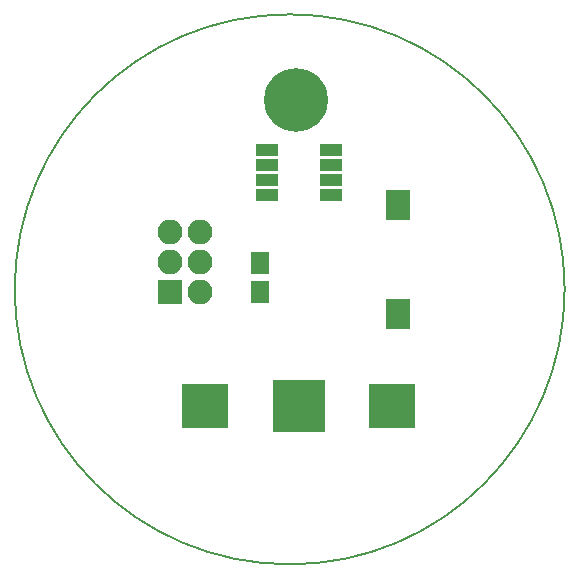
<source format=gbr>
%TF.GenerationSoftware,KiCad,Pcbnew,4.0.7-e2-6376~58~ubuntu16.04.1*%
%TF.CreationDate,2018-02-03T18:41:43+01:00*%
%TF.ProjectId,pin_attiny,70696E5F617474696E792E6B69636164,rev?*%
%TF.FileFunction,Soldermask,Bot*%
%FSLAX46Y46*%
G04 Gerber Fmt 4.6, Leading zero omitted, Abs format (unit mm)*
G04 Created by KiCad (PCBNEW 4.0.7-e2-6376~58~ubuntu16.04.1) date Sat Feb  3 18:41:43 2018*
%MOMM*%
%LPD*%
G01*
G04 APERTURE LIST*
%ADD10C,0.100000*%
%ADD11C,0.150000*%
%ADD12C,5.400000*%
%ADD13R,2.100000X2.100000*%
%ADD14O,2.100000X2.100000*%
%ADD15R,3.900000X3.700000*%
%ADD16R,4.400000X4.400000*%
%ADD17R,1.650000X1.900000*%
%ADD18R,2.000000X2.580000*%
%ADD19R,1.950000X1.000000*%
G04 APERTURE END LIST*
D10*
D11*
X116246256Y-97282000D02*
G75*
G03X116246256Y-97282000I-23282256J0D01*
G01*
D12*
X93472000Y-81280000D03*
D13*
X82804000Y-97536000D03*
D14*
X85344000Y-97536000D03*
X82804000Y-94996000D03*
X85344000Y-94996000D03*
X82804000Y-92456000D03*
X85344000Y-92456000D03*
D15*
X101626000Y-107188000D03*
X85826000Y-107188000D03*
D16*
X93726000Y-107188000D03*
D17*
X90424000Y-97516000D03*
X90424000Y-95016000D03*
D18*
X102108000Y-90152000D03*
X102108000Y-99332000D03*
D19*
X91026000Y-89281000D03*
X91026000Y-88011000D03*
X91026000Y-86741000D03*
X91026000Y-85471000D03*
X96426000Y-85471000D03*
X96426000Y-86741000D03*
X96426000Y-88011000D03*
X96426000Y-89281000D03*
M02*

</source>
